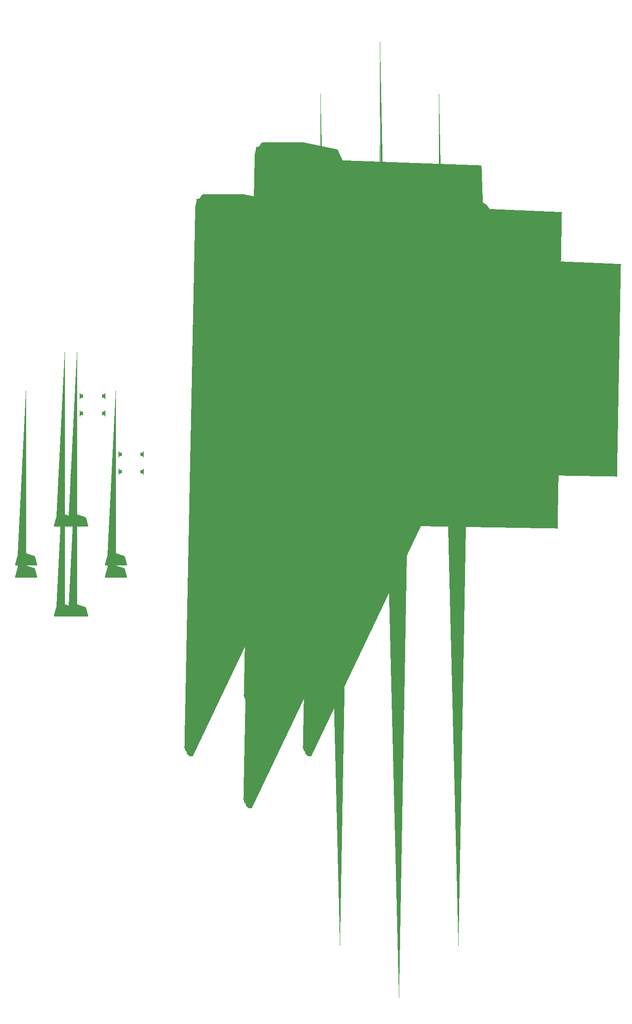
<source format=gbr>
G04 #@! TF.GenerationSoftware,KiCad,Pcbnew,(6.0.7)*
G04 #@! TF.CreationDate,2023-01-29T23:29:40-08:00*
G04 #@! TF.ProjectId,procon_gcc_button_board,70726f63-6f6e-45f6-9763-635f62757474,rev?*
G04 #@! TF.SameCoordinates,Original*
G04 #@! TF.FileFunction,Paste,Top*
G04 #@! TF.FilePolarity,Positive*
%FSLAX46Y46*%
G04 Gerber Fmt 4.6, Leading zero omitted, Abs format (unit mm)*
G04 Created by KiCad (PCBNEW (6.0.7)) date 2023-01-29 23:29:40*
%MOMM*%
%LPD*%
G01*
G04 APERTURE LIST*
G04 Aperture macros list*
%AMFreePoly0*
4,1,91,-2.437851,3.859374,-2.059722,3.811674,-1.687850,3.728203,-1.325609,3.609719,-0.976289,3.457297,-0.643062,3.272321,-0.328952,3.056470,-0.036811,2.811704,0.230709,2.540245,0.471179,2.244558,0.682416,1.927327,0.862502,1.591431,1.009802,1.239921,1.122979,0.875988,1.201006,0.502935,1.243174,0.124149,1.249100,-0.256931,1.218731,-0.636844,1.152342,-1.012143,1.050536,-1.379420,
0.914237,-1.735340,0.744683,-2.076673,0.543413,-2.400320,0.312254,-2.703341,0.137022,-2.892578,0.122664,-2.916073,0.113773,-2.922550,0.107630,-2.931672,0.089992,-2.943367,0.053304,-2.982987,-0.231084,-3.236719,-0.538331,-3.462233,-0.865645,-3.657481,-0.926494,-3.668305,-0.982083,-3.641296,-1.011180,-3.586770,-1.005818,-3.548195,-1.022279,-3.505010,-1.069514,-2.342249,-1.094825,-1.178806,
-1.098203,-0.015091,-1.079645,1.148480,-1.039160,2.311495,-1.017482,2.369372,-1.002175,2.379491,-0.992688,2.668820,-1.001764,2.671077,-1.008366,2.678935,-1.270626,2.825945,-1.554461,2.951648,-1.848841,3.050156,-2.151167,3.120597,-2.458771,3.162352,-2.768936,3.175050,-2.984307,3.163607,-2.931088,2.007721,-2.902480,0.799273,-2.900873,-0.409512,-2.926269,-1.618031,-2.978655,-2.825681,
-3.000927,-2.883332,-3.052833,-2.916881,-3.063903,-2.916277,-3.023821,-2.934789,-2.993661,-2.988734,-3.000969,-3.050105,-3.042954,-3.095458,-3.103579,-3.107471,-3.387467,-3.059755,-3.665475,-2.985049,-3.935044,-2.884043,-3.981482,-2.843260,-3.986022,-2.823129,-3.998011,-2.815324,-4.020095,-2.757600,-4.069443,-1.573361,-4.096049,-0.388392,-4.099902,0.796868,-4.081000,1.981985,-4.039350,3.166520,
-4.017642,3.224386,-3.982845,3.247362,-3.980674,3.524211,-3.995721,3.535392,-4.014189,3.594373,-3.994462,3.652943,-3.944075,3.688732,-3.575349,3.785159,-3.199120,3.846056,-2.818803,3.870869,-2.437851,3.859374,-2.437851,3.859374,$1*%
%AMFreePoly1*
4,1,86,1.004407,3.464258,1.033504,3.409732,1.028142,3.371156,1.044603,3.327970,1.091163,2.186740,1.116602,1.044844,1.120913,-0.097327,1.104094,-1.239382,1.066151,-2.380931,1.044574,-2.438846,0.993077,-2.473017,0.961723,-2.471685,0.953045,-2.818808,0.994891,-2.829681,1.001597,-2.837835,1.266460,-2.989707,1.553755,-3.119779,1.852144,-3.221865,2.158906,-3.295034,2.471248,-3.338621,
2.786323,-3.352227,2.937262,-3.344320,3.006379,-3.334948,2.952757,-2.165877,2.924345,-0.938528,2.923784,0.289150,2.951077,1.516524,3.006208,2.742963,3.025967,2.793842,3.015985,2.811695,3.023293,2.873065,3.065277,2.918419,3.125901,2.930434,3.345690,2.895955,3.562320,2.845284,3.774598,2.778698,3.981359,2.696564,4.027439,2.655378,4.040510,2.594972,4.038580,2.590595,
4.042419,2.580562,4.093133,1.353247,4.119421,0.125165,4.121269,-1.103197,4.098679,-2.331352,4.051660,-3.558815,4.029750,-3.616605,3.986442,-3.644983,3.984433,-3.687455,4.018045,-3.712430,4.036513,-3.771411,4.016786,-3.829981,3.966399,-3.865770,3.597673,-3.962197,3.221444,-4.023094,2.841127,-4.047907,2.460175,-4.036412,2.082046,-3.988712,1.710174,-3.905241,1.347933,-3.786757,
0.998613,-3.634335,0.665386,-3.449359,0.351276,-3.233508,0.059135,-2.988742,-0.208385,-2.717283,-0.448855,-2.421596,-0.660092,-2.104365,-0.840178,-1.768469,-0.987478,-1.416959,-1.100655,-1.053026,-1.178682,-0.679973,-1.220850,-0.301187,-1.226776,0.079893,-1.196407,0.459806,-1.130018,0.835105,-1.028212,1.202382,-0.891913,1.558302,-0.722359,1.899635,-0.521089,2.223282,-0.289930,2.526303,
-0.030980,2.805949,0.253408,3.059681,0.560655,3.285195,0.887969,3.480443,0.948818,3.491267,1.004407,3.464258,1.004407,3.464258,$1*%
%AMFreePoly2*
4,1,55,0.030762,1.344674,0.032265,1.344652,1.710265,0.772652,1.724478,0.762010,1.741045,0.755623,1.748603,0.743948,1.759739,0.735610,1.764983,0.718643,1.774630,0.703741,2.067300,-0.394917,2.087301,-0.438071,2.172819,-0.706944,2.223855,-0.984435,2.220106,-1.003386,2.220106,-1.030902,2.218457,-1.033172,2.218306,-1.035973,2.212163,-1.043536,2.211861,-1.045063,2.208073,-1.048572,
2.200441,-1.057968,2.183779,-1.080902,2.181110,-1.081769,2.179342,-1.083946,2.151962,-1.091240,2.125000,-1.100000,-2.125000,-1.100000,-2.151945,-1.091245,-2.179342,-1.083947,-2.181111,-1.081769,-2.183779,-1.080902,-2.200438,-1.057973,-2.218306,-1.035973,-2.218457,-1.033172,-2.220106,-1.030902,-2.220106,-1.002554,-2.221630,-0.974259,-2.164761,-0.760776,-2.166357,-0.758854,-2.170356,-0.697180,
-2.083630,-0.428695,-2.066656,-0.392499,-1.774630,0.703741,-1.764982,0.718645,-1.759738,0.735610,-1.748603,0.743947,-1.741045,0.755623,-1.724479,0.762010,-1.710265,0.772652,-0.032265,1.344652,-0.030761,1.344674,-0.029532,1.345540,0.000000,1.345116,0.029533,1.345540,0.030762,1.344674,0.030762,1.344674,$1*%
%AMFreePoly3*
4,1,21,-0.146464,0.553536,-0.145000,0.550000,-0.145000,0.355000,0.350000,0.355000,0.353536,0.353536,0.355000,0.350000,0.355000,-0.350000,0.353536,-0.353536,0.350000,-0.355000,-0.145000,-0.355000,-0.145000,-0.550000,-0.146464,-0.553536,-0.150000,-0.555000,-0.350000,-0.555000,-0.353536,-0.553536,-0.355000,-0.550000,-0.355000,0.550000,-0.353536,0.553536,-0.350000,0.555000,-0.150000,0.555000,
-0.146464,0.553536,-0.146464,0.553536,$1*%
G04 Aperture macros list end*
%ADD10FreePoly0,90.000000*%
%ADD11FreePoly1,90.000000*%
%ADD12FreePoly2,90.000000*%
%ADD13FreePoly2,180.000000*%
%ADD14FreePoly2,0.000000*%
%ADD15FreePoly2,270.000000*%
%ADD16FreePoly3,0.000000*%
%ADD17FreePoly3,180.000000*%
%ADD18C,1.524000*%
G04 APERTURE END LIST*
D10*
X177799320Y-41965900D03*
X165879320Y-52335900D03*
X153979320Y-41945900D03*
X165909320Y-31555900D03*
D11*
X177879320Y-47485900D03*
X154059320Y-47465900D03*
X165959320Y-57855900D03*
X165989320Y-37075900D03*
D12*
X101155180Y-56231960D03*
D13*
X111380180Y-66461960D03*
D12*
X101155180Y-74231960D03*
D13*
X93380180Y-66461960D03*
D14*
X111390180Y-63961960D03*
D15*
X103655180Y-56241960D03*
X103655180Y-74241960D03*
D14*
X93390180Y-63961960D03*
D16*
X142384860Y-31160720D03*
D17*
X146834860Y-31160720D03*
D16*
X142384860Y-34660720D03*
D17*
X146834860Y-34660720D03*
D16*
X112234000Y-42804000D03*
D17*
X116684000Y-42804000D03*
D16*
X112234000Y-46304000D03*
D17*
X116684000Y-46304000D03*
D16*
X104504000Y-31124000D03*
D17*
X108954000Y-31124000D03*
D16*
X104504000Y-34624000D03*
D17*
X108954000Y-34624000D03*
D18*
X170854000Y-55574000D03*
X159229000Y-55599000D03*
X163013441Y-30556334D03*
X171251235Y-38758773D03*
X154634000Y-39884000D03*
X154659000Y-51509000D03*
D16*
X134494000Y-41994000D03*
D17*
X138944000Y-41994000D03*
D16*
X134494000Y-45494000D03*
D17*
X138944000Y-45494000D03*
D18*
X174276334Y-47734559D03*
X182478773Y-39496765D03*
M02*

</source>
